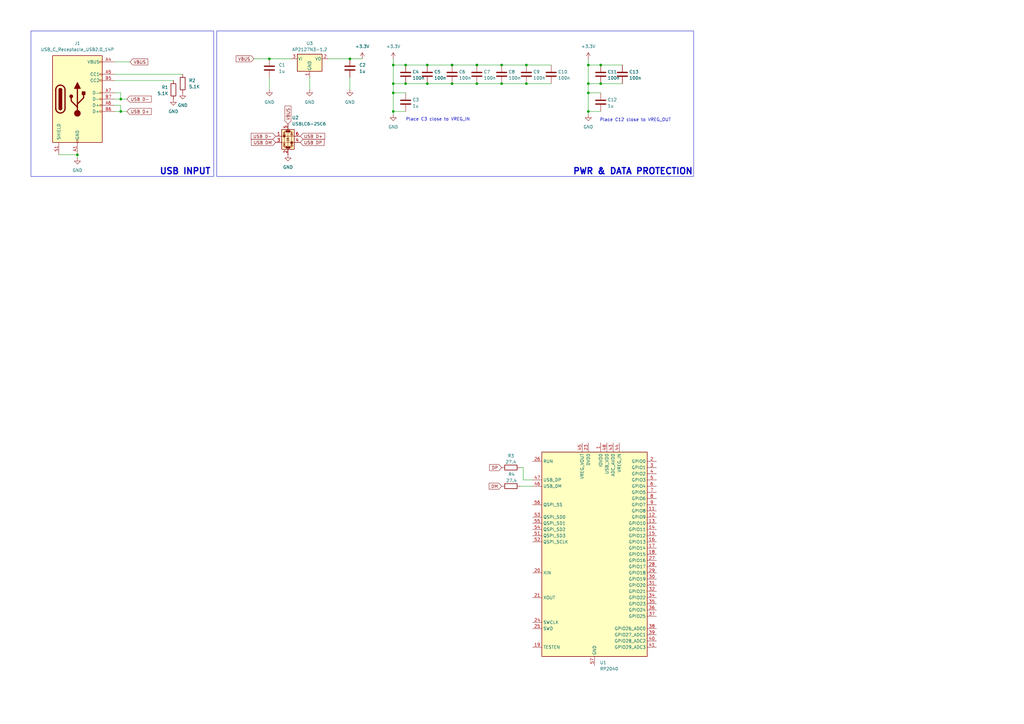
<source format=kicad_sch>
(kicad_sch (version 20231120) (generator "eeschema") (generator_version "8.0")
  (paper "A3")
  (lib_symbols
    (symbol "Connector:USB_C_Receptacle_USB2.0_14P" (pin_names (offset 1.016))
      (property "Reference" "J" (at 0 22.225 0))
      (property "Value" "USB_C_Receptacle_USB2.0_14P" (at 0 19.685 0))
      (symbol "USB_C_Receptacle_USB2.0_14P_0_0"
        (rectangle (start -0.254 -17.78) (end 0.254 -16.764))
        (rectangle (start 10.16 -4.826) (end 9.144 -5.334))
        (rectangle (start 10.16 -2.286) (end 9.144 -2.794))
        (rectangle (start 10.16 0.254) (end 9.144 -0.254))
        (rectangle (start 10.16 2.794) (end 9.144 2.286))
        (rectangle (start 10.16 7.874) (end 9.144 7.366))
        (rectangle (start 10.16 10.414) (end 9.144 9.906))
        (rectangle (start 10.16 15.494) (end 9.144 14.986))
      )
      (symbol "USB_C_Receptacle_USB2.0_14P_0_1"
        (rectangle (start -10.16 17.78) (end 10.16 -17.78) (stroke (width 0.254)) (fill (type background)))
        (arc (start -8.89 -3.81) (mid -6.985 -5.7067) (end -5.08 -3.81) (stroke (width 0.508)))
        (arc (start -7.62 -3.81) (mid -6.985 -4.4423) (end -6.35 -3.81) (stroke (width 0.254)))
        (arc (start -7.62 -3.81) (mid -6.985 -4.4423) (end -6.35 -3.81) (stroke (width 0.254)) (fill (type outline)))
        (rectangle (start -7.62 -3.81) (end -6.35 3.81) (stroke (width 0.254)) (fill (type outline)))
        (arc (start -6.35 3.81) (mid -6.985 4.4423) (end -7.62 3.81) (stroke (width 0.254)))
        (arc (start -6.35 3.81) (mid -6.985 4.4423) (end -7.62 3.81) (stroke (width 0.254)) (fill (type outline)))
        (arc (start -5.08 3.81) (mid -6.985 5.7067) (end -8.89 3.81) (stroke (width 0.508)))
        (circle (center -2.54 1.143) (radius 0.635) (stroke (width 0.254)) (fill (type outline)))
        (circle (center 0 -5.842) (radius 1.27) (fill (type outline)))
        (polyline (pts (xy -8.89 -3.81) (xy -8.89 3.81)) (stroke (width 0.508)))
        (polyline (pts (xy -5.08 3.81) (xy -5.08 -3.81)) (stroke (width 0.508)))
        (polyline (pts (xy 0 -5.842) (xy 0 4.318)) (stroke (width 0.508)))
        (polyline (pts (xy 0 -3.302) (xy -2.54 -0.762) (xy -2.54 0.508)) (stroke (width 0.508)))
        (polyline (pts (xy 0 -2.032) (xy 2.54 0.508) (xy 2.54 1.778)) (stroke (width 0.508)))
        (polyline (pts (xy -1.27 4.318) (xy 0 6.858) (xy 1.27 4.318) (xy -1.27 4.318)) (stroke (width 0.254)) (fill (type outline)))
        (rectangle (start 1.905 1.778) (end 3.175 3.048) (stroke (width 0.254)) (fill (type outline)))
      )
      (symbol "USB_C_Receptacle_USB2.0_14P_1_1"
        (pin passive line (at 0 -22.86 90) (length 5.08) (name "GND") (number "A1"))
        (pin passive line (at 0 -22.86 90) (length 5.08) hide (name "GND") (number "A12"))
        (pin passive line (at 15.24 15.24 180) (length 5.08) (name "VBUS") (number "A4"))
        (pin bidirectional line (at 15.24 10.16 180) (length 5.08) (name "CC1") (number "A5"))
        (pin bidirectional line (at 15.24 -2.54 180) (length 5.08) (name "D+") (number "A6"))
        (pin bidirectional line (at 15.24 2.54 180) (length 5.08) (name "D-") (number "A7"))
        (pin passive line (at 15.24 15.24 180) (length 5.08) hide (name "VBUS") (number "A9"))
        (pin passive line (at 0 -22.86 90) (length 5.08) hide (name "GND") (number "B1"))
        (pin passive line (at 0 -22.86 90) (length 5.08) hide (name "GND") (number "B12"))
        (pin passive line (at 15.24 15.24 180) (length 5.08) hide (name "VBUS") (number "B4"))
        (pin bidirectional line (at 15.24 7.62 180) (length 5.08) (name "CC2") (number "B5"))
        (pin bidirectional line (at 15.24 -5.08 180) (length 5.08) (name "D+") (number "B6"))
        (pin bidirectional line (at 15.24 0 180) (length 5.08) (name "D-") (number "B7"))
        (pin passive line (at 15.24 15.24 180) (length 5.08) hide (name "VBUS") (number "B9"))
        (pin passive line (at -7.62 -22.86 90) (length 5.08) (name "SHIELD") (number "S1"))
      )
    )
    (symbol "Device:C" (pin_numbers hide) (pin_names (offset 0.254))
      (property "Reference" "C" (at 0.635 2.54 0))
      (property "Value" "C" (at 0.635 -2.54 0))
      (symbol "C_0_1"
        (polyline (pts (xy -2.032 -0.762) (xy 2.032 -0.762)) (stroke (width 0.508)))
        (polyline (pts (xy -2.032 0.762) (xy 2.032 0.762)) (stroke (width 0.508)))
      )
      (symbol "C_1_1"
        (pin passive line (at 0 3.81 270) (length 2.794) (name "~") (number "1"))
        (pin passive line (at 0 -3.81 90) (length 2.794) (name "~") (number "2"))
      )
    )
    (symbol "Device:R" (pin_numbers hide) (pin_names (offset 0))
      (property "Reference" "R" (at 2.032 0 90))
      (property "Value" "R" (at 0 0 90))
      (symbol "R_0_1"
        (rectangle (start -1.016 -2.54) (end 1.016 2.54) (stroke (width 0.254)))
      )
      (symbol "R_1_1"
        (pin passive line (at 0 3.81 270) (length 1.27) (name "~") (number "1"))
        (pin passive line (at 0 -3.81 90) (length 1.27) (name "~") (number "2"))
      )
    )
    (symbol "MCU_RaspberryPi:RP2040"
      (property "Reference" "U" (at 17.78 45.72 0))
      (property "Value" "RP2040" (at 17.78 43.18 0))
      (symbol "RP2040_0_1"
        (rectangle (start -21.59 41.91) (end 21.59 -41.91) (stroke (width 0.254)) (fill (type background)))
      )
      (symbol "RP2040_1_1"
        (pin power_in line (at 2.54 45.72 270) (length 3.81) (name "IOVDD") (number "1"))
        (pin passive line (at 2.54 45.72 270) (length 3.81) hide (name "IOVDD") (number "10"))
        (pin bidirectional line (at 25.4 17.78 180) (length 3.81) (name "GPIO8") (number "11"))
        (pin bidirectional line (at 25.4 15.24 180) (length 3.81) (name "GPIO9") (number "12"))
        (pin bidirectional line (at 25.4 12.7 180) (length 3.81) (name "GPIO10") (number "13"))
        (pin bidirectional line (at 25.4 10.16 180) (length 3.81) (name "GPIO11") (number "14"))
        (pin bidirectional line (at 25.4 7.62 180) (length 3.81) (name "GPIO12") (number "15"))
        (pin bidirectional line (at 25.4 5.08 180) (length 3.81) (name "GPIO13") (number "16"))
        (pin bidirectional line (at 25.4 2.54 180) (length 3.81) (name "GPIO14") (number "17"))
        (pin bidirectional line (at 25.4 0 180) (length 3.81) (name "GPIO15") (number "18"))
        (pin input line (at -25.4 -38.1 0) (length 3.81) (name "TESTEN") (number "19"))
        (pin bidirectional line (at 25.4 38.1 180) (length 3.81) (name "GPIO0") (number "2"))
        (pin input line (at -25.4 -7.62 0) (length 3.81) (name "XIN") (number "20"))
        (pin passive line (at -25.4 -17.78 0) (length 3.81) (name "XOUT") (number "21"))
        (pin passive line (at 2.54 45.72 270) (length 3.81) hide (name "IOVDD") (number "22"))
        (pin power_in line (at -2.54 45.72 270) (length 3.81) (name "DVDD") (number "23"))
        (pin input line (at -25.4 -27.94 0) (length 3.81) (name "SWCLK") (number "24"))
        (pin bidirectional line (at -25.4 -30.48 0) (length 3.81) (name "SWD") (number "25"))
        (pin input line (at -25.4 38.1 0) (length 3.81) (name "RUN") (number "26"))
        (pin bidirectional line (at 25.4 -2.54 180) (length 3.81) (name "GPIO16") (number "27"))
        (pin bidirectional line (at 25.4 -5.08 180) (length 3.81) (name "GPIO17") (number "28"))
        (pin bidirectional line (at 25.4 -7.62 180) (length 3.81) (name "GPIO18") (number "29"))
        (pin bidirectional line (at 25.4 35.56 180) (length 3.81) (name "GPIO1") (number "3"))
        (pin bidirectional line (at 25.4 -10.16 180) (length 3.81) (name "GPIO19") (number "30"))
        (pin bidirectional line (at 25.4 -12.7 180) (length 3.81) (name "GPIO20") (number "31"))
        (pin bidirectional line (at 25.4 -15.24 180) (length 3.81) (name "GPIO21") (number "32"))
        (pin passive line (at 2.54 45.72 270) (length 3.81) hide (name "IOVDD") (number "33"))
        (pin bidirectional line (at 25.4 -17.78 180) (length 3.81) (name "GPIO22") (number "34"))
        (pin bidirectional line (at 25.4 -20.32 180) (length 3.81) (name "GPIO23") (number "35"))
        (pin bidirectional line (at 25.4 -22.86 180) (length 3.81) (name "GPIO24") (number "36"))
        (pin bidirectional line (at 25.4 -25.4 180) (length 3.81) (name "GPIO25") (number "37"))
        (pin bidirectional line (at 25.4 -30.48 180) (length 3.81) (name "GPIO26_ADC0") (number "38"))
        (pin bidirectional line (at 25.4 -33.02 180) (length 3.81) (name "GPIO27_ADC1") (number "39"))
        (pin bidirectional line (at 25.4 33.02 180) (length 3.81) (name "GPIO2") (number "4"))
        (pin bidirectional line (at 25.4 -35.56 180) (length 3.81) (name "GPIO28_ADC2") (number "40"))
        (pin bidirectional line (at 25.4 -38.1 180) (length 3.81) (name "GPIO29_ADC3") (number "41"))
        (pin passive line (at 2.54 45.72 270) (length 3.81) hide (name "IOVDD") (number "42"))
        (pin power_in line (at 7.62 45.72 270) (length 3.81) (name "ADC_AVDD") (number "43"))
        (pin power_in line (at 10.16 45.72 270) (length 3.81) (name "VREG_IN") (number "44"))
        (pin power_out line (at -5.08 45.72 270) (length 3.81) (name "VREG_VOUT") (number "45"))
        (pin bidirectional line (at -25.4 27.94 0) (length 3.81) (name "USB_DM") (number "46"))
        (pin bidirectional line (at -25.4 30.48 0) (length 3.81) (name "USB_DP") (number "47"))
        (pin power_in line (at 5.08 45.72 270) (length 3.81) (name "USB_VDD") (number "48"))
        (pin passive line (at 2.54 45.72 270) (length 3.81) hide (name "IOVDD") (number "49"))
        (pin bidirectional line (at 25.4 30.48 180) (length 3.81) (name "GPIO3") (number "5"))
        (pin passive line (at -2.54 45.72 270) (length 3.81) hide (name "DVDD") (number "50"))
        (pin bidirectional line (at -25.4 7.62 0) (length 3.81) (name "QSPI_SD3") (number "51"))
        (pin output line (at -25.4 5.08 0) (length 3.81) (name "QSPI_SCLK") (number "52"))
        (pin bidirectional line (at -25.4 15.24 0) (length 3.81) (name "QSPI_SD0") (number "53"))
        (pin bidirectional line (at -25.4 10.16 0) (length 3.81) (name "QSPI_SD2") (number "54"))
        (pin bidirectional line (at -25.4 12.7 0) (length 3.81) (name "QSPI_SD1") (number "55"))
        (pin bidirectional line (at -25.4 20.32 0) (length 3.81) (name "QSPI_SS") (number "56"))
        (pin power_in line (at 0 -45.72 90) (length 3.81) (name "GND") (number "57"))
        (pin bidirectional line (at 25.4 27.94 180) (length 3.81) (name "GPIO4") (number "6"))
        (pin bidirectional line (at 25.4 25.4 180) (length 3.81) (name "GPIO5") (number "7"))
        (pin bidirectional line (at 25.4 22.86 180) (length 3.81) (name "GPIO6") (number "8"))
        (pin bidirectional line (at 25.4 20.32 180) (length 3.81) (name "GPIO7") (number "9"))
      )
    )
    (symbol "Power_Protection:USBLC6-2SC6" (pin_names hide)
      (property "Reference" "U" (at 0.635 5.715 0))
      (property "Value" "USBLC6-2SC6" (at 0.635 3.81 0))
      (symbol "USBLC6-2SC6_0_0"
        (circle (center -1.524 0) (radius 0.0001) (stroke (width 0.508)))
        (circle (center -0.508 -4.572) (radius 0.0001) (stroke (width 0.508)))
        (circle (center -0.508 2.032) (radius 0.0001) (stroke (width 0.508)))
        (circle (center 0.508 -4.572) (radius 0.0001) (stroke (width 0.508)))
        (circle (center 0.508 2.032) (radius 0.0001) (stroke (width 0.508)))
        (circle (center 1.524 -2.54) (radius 0.0001) (stroke (width 0.508)))
      )
      (symbol "USBLC6-2SC6_0_1"
        (polyline (pts (xy -2.54 -2.54) (xy 2.54 -2.54)))
        (polyline (pts (xy -2.54 0) (xy 2.54 0)))
        (polyline (pts (xy -2.032 -3.048) (xy -1.016 -3.048)))
        (polyline (pts (xy -1.016 1.524) (xy -2.032 1.524)))
        (polyline (pts (xy 1.016 -3.048) (xy 2.032 -3.048)))
        (polyline (pts (xy 1.016 1.524) (xy 2.032 1.524)))
        (polyline (pts (xy -0.508 -1.143) (xy -0.508 -0.762) (xy 0.508 -0.762)))
        (polyline (pts (xy -2.032 0.508) (xy -1.016 0.508) (xy -1.524 1.524) (xy -2.032 0.508)))
        (polyline (pts (xy -1.016 -4.064) (xy -2.032 -4.064) (xy -1.524 -3.048) (xy -1.016 -4.064)))
        (polyline (pts (xy 0.508 -1.778) (xy -0.508 -1.778) (xy 0 -0.762) (xy 0.508 -1.778)))
        (polyline (pts (xy 2.032 -4.064) (xy 1.016 -4.064) (xy 1.524 -3.048) (xy 2.032 -4.064)))
        (polyline (pts (xy 2.032 0.508) (xy 1.016 0.508) (xy 1.524 1.524) (xy 2.032 0.508)))
        (polyline (pts (xy 0 2.54) (xy -0.508 2.032) (xy 0.508 2.032) (xy 0 1.524) (xy 0 -4.064) (xy -0.508 -4.572) (xy 0.508 -4.572) (xy 0 -5.08)))
      )
      (symbol "USBLC6-2SC6_1_1"
        (rectangle (start -2.54 2.794) (end 2.54 -5.334) (stroke (width 0.254)) (fill (type background)))
        (polyline (pts (xy -0.508 2.032) (xy -1.524 2.032) (xy -1.524 -4.572) (xy -0.508 -4.572)))
        (polyline (pts (xy 0.508 -4.572) (xy 1.524 -4.572) (xy 1.524 2.032) (xy 0.508 2.032)))
        (pin passive line (at -5.08 0 0) (length 2.54) (name "I/O1") (number "1"))
        (pin passive line (at 0 -7.62 90) (length 2.54) (name "GND") (number "2"))
        (pin passive line (at -5.08 -2.54 0) (length 2.54) (name "I/O2") (number "3"))
        (pin passive line (at 5.08 -2.54 180) (length 2.54) (name "I/O2") (number "4"))
        (pin passive line (at 0 5.08 270) (length 2.54) (name "VBUS") (number "5"))
        (pin passive line (at 5.08 0 180) (length 2.54) (name "I/O1") (number "6"))
      )
    )
    (symbol "Regulator_Linear:AP2127N3-1.2" (pin_names (offset 0.254))
      (property "Reference" "U" (at -3.81 3.175 0))
      (property "Value" "AP2127N3-1.2" (at 0 3.175 0))
      (symbol "AP2127N3-1.2_0_1"
        (rectangle (start -5.08 1.905) (end 5.08 -5.08) (stroke (width 0.254)) (fill (type background)))
      )
      (symbol "AP2127N3-1.2_1_1"
        (pin power_in line (at 0 -7.62 90) (length 2.54) (name "GND") (number "1"))
        (pin power_out line (at 7.62 0 180) (length 2.54) (name "VO") (number "2"))
        (pin power_in line (at -7.62 0 0) (length 2.54) (name "VI") (number "3"))
      )
    )
    (symbol "power:+3.3V" (power) (pin_numbers hide) (pin_names (offset 0) hide)
      (property "Value" "+3.3V" (at 0 3.556 0))
      (symbol "+3.3V_0_1"
        (polyline (pts (xy -0.762 1.27) (xy 0 2.54)))
        (polyline (pts (xy 0 0) (xy 0 2.54)))
        (polyline (pts (xy 0 2.54) (xy 0.762 1.27)))
      )
      (symbol "+3.3V_1_1"
        (pin power_in line (at 0 0 90) (length 0) (name "~") (number "1"))
      )
    )
    (symbol "power:GND" (power) (pin_numbers hide) (pin_names (offset 0) hide)
      (property "Value" "GND" (at 0 -3.81 0))
      (symbol "GND_0_1"
        (polyline (pts (xy 0 0) (xy 0 -1.27) (xy 1.27 -1.27) (xy 0 -2.54) (xy -1.27 -1.27) (xy 0 -1.27)))
      )
      (symbol "GND_1_1"
        (pin power_in line (at 0 0 270) (length 0) (name "~") (number "1"))
      )
    )
  )
  (junction (at 49.53 40.64))
  (junction (at 175.26 34.29))
  (junction (at 241.3 26.67))
  (junction (at 161.29 26.67))
  (junction (at 49.53 45.72))
  (junction (at 161.29 38.1))
  (junction (at 205.74 34.29))
  (junction (at 143.51 24.13))
  (junction (at 246.38 26.67))
  (junction (at 185.42 26.67))
  (junction (at 241.3 34.29))
  (junction (at 215.9 34.29))
  (junction (at 195.58 26.67))
  (junction (at 215.9 26.67))
  (junction (at 175.26 26.67))
  (junction (at 205.74 26.67))
  (junction (at 246.38 34.29))
  (junction (at 195.58 34.29))
  (junction (at 110.49 24.13))
  (junction (at 31.75 63.5))
  (junction (at 166.37 26.67))
  (junction (at 241.3 38.1))
  (junction (at 161.29 34.29))
  (junction (at 241.3 45.72))
  (junction (at 185.42 34.29))
  (junction (at 166.37 34.29))
  (junction (at 161.29 45.72))
  (wire (pts (xy 166.37 26.67) (xy 175.26 26.67)))
  (wire (pts (xy 195.58 34.29) (xy 185.42 34.29)))
  (wire (pts (xy 185.42 34.29) (xy 175.26 34.29)))
  (wire (pts (xy 185.42 26.67) (xy 195.58 26.67)))
  (wire (pts (xy 175.26 34.29) (xy 166.37 34.29)))
  (wire (pts (xy 215.9 26.67) (xy 226.06 26.67)))
  (wire (pts (xy 53.34 25.4) (xy 46.99 25.4)))
  (wire (pts (xy 49.53 38.1) (xy 49.53 40.64)))
  (wire (pts (xy 213.36 191.77) (xy 214.63 191.77)))
  (wire (pts (xy 161.29 26.67) (xy 161.29 34.29)))
  (wire (pts (xy 161.29 45.72) (xy 161.29 38.1)))
  (wire (pts (xy 175.26 26.67) (xy 185.42 26.67)))
  (wire (pts (xy 49.53 45.72) (xy 52.07 45.72)))
  (wire (pts (xy 166.37 38.1) (xy 161.29 38.1)))
  (wire (pts (xy 205.74 26.67) (xy 215.9 26.67)))
  (wire (pts (xy 241.3 45.72) (xy 241.3 38.1)))
  (wire (pts (xy 246.38 26.67) (xy 255.27 26.67)))
  (wire (pts (xy 110.49 36.83) (xy 110.49 31.75)))
  (wire (pts (xy 161.29 24.13) (xy 161.29 26.67)))
  (wire (pts (xy 241.3 38.1) (xy 241.3 34.29)))
  (wire (pts (xy 143.51 24.13) (xy 148.59 24.13)))
  (wire (pts (xy 205.74 34.29) (xy 195.58 34.29)))
  (wire (pts (xy 214.63 191.77) (xy 214.63 196.85)))
  (wire (pts (xy 214.63 196.85) (xy 218.44 196.85)))
  (wire (pts (xy 104.14 24.13) (xy 110.49 24.13)))
  (wire (pts (xy 241.3 26.67) (xy 241.3 34.29)))
  (wire (pts (xy 119.38 24.13) (xy 110.49 24.13)))
  (wire (pts (xy 166.37 34.29) (xy 161.29 34.29)))
  (wire (pts (xy 241.3 24.13) (xy 241.3 26.67)))
  (wire (pts (xy 213.36 199.39) (xy 218.44 199.39)))
  (wire (pts (xy 241.3 26.67) (xy 246.38 26.67)))
  (wire (pts (xy 49.53 43.18) (xy 49.53 45.72)))
  (wire (pts (xy 161.29 38.1) (xy 161.29 34.29)))
  (wire (pts (xy 161.29 46.99) (xy 161.29 45.72)))
  (wire (pts (xy 46.99 30.48) (xy 74.93 30.48)))
  (wire (pts (xy 46.99 33.02) (xy 71.12 33.02)))
  (wire (pts (xy 246.38 45.72) (xy 241.3 45.72)))
  (wire (pts (xy 215.9 34.29) (xy 205.74 34.29)))
  (wire (pts (xy 143.51 36.83) (xy 143.51 31.75)))
  (wire (pts (xy 246.38 34.29) (xy 241.3 34.29)))
  (wire (pts (xy 195.58 26.67) (xy 205.74 26.67)))
  (wire (pts (xy 24.13 63.5) (xy 31.75 63.5)))
  (wire (pts (xy 49.53 40.64) (xy 52.07 40.64)))
  (wire (pts (xy 134.62 24.13) (xy 143.51 24.13)))
  (wire (pts (xy 166.37 45.72) (xy 161.29 45.72)))
  (wire (pts (xy 246.38 38.1) (xy 241.3 38.1)))
  (wire (pts (xy 46.99 38.1) (xy 49.53 38.1)))
  (wire (pts (xy 127 31.75) (xy 127 36.83)))
  (wire (pts (xy 31.75 64.77) (xy 31.75 63.5)))
  (wire (pts (xy 46.99 45.72) (xy 49.53 45.72)))
  (wire (pts (xy 226.06 34.29) (xy 215.9 34.29)))
  (wire (pts (xy 46.99 43.18) (xy 49.53 43.18)))
  (wire (pts (xy 49.53 40.64) (xy 46.99 40.64)))
  (wire (pts (xy 255.27 34.29) (xy 246.38 34.29)))
  (wire (pts (xy 161.29 26.67) (xy 166.37 26.67)))
  (wire (pts (xy 241.3 46.99) (xy 241.3 45.72)))
  (rectangle (start 88.9 12.7) (end 284.48 72.39))
  (rectangle (start 12.7 12.7) (end 87.63 72.39))
  (text "PWR & DATA PROTECTION\n" (at 259.588 70.358 0) (effects (font (size 2.54 2.54) (thickness 0.508) (bold yes))))
  (text "Place C12 close to VREG_OUT\n" (at 260.604 49.276 0) (effects (font (size 1.27 1.27))))
  (text "Place C3 close to VREG_IN" (at 179.578 49.022 0) (effects (font (size 1.27 1.27))))
  (text "USB INPUT\n" (at 75.946 70.358 0) (effects (font (size 2.54 2.54) (thickness 0.508) (bold yes))))
  (global_label "USB D-" (shape input) (at 113.03 55.88 180) (property "Intersheetrefs" "${INTERSHEET_REFS}" (effects (hide yes))))
  (global_label "VBUS" (shape input) (at 104.14 24.13 180) (property "Intersheetrefs" "${INTERSHEET_REFS}" (effects (hide yes))))
  (global_label "USB D+" (shape input) (at 123.19 55.88 0) (property "Intersheetrefs" "${INTERSHEET_REFS}" (effects (hide yes))))
  (global_label "VBUS" (shape input) (at 53.34 25.4 0) (property "Intersheetrefs" "${INTERSHEET_REFS}" (effects (hide yes))))
  (global_label "VBUS" (shape input) (at 118.11 50.8 90) (property "Intersheetrefs" "${INTERSHEET_REFS}" (effects (hide yes))))
  (global_label "USB DM" (shape input) (at 113.03 58.42 180) (property "Intersheetrefs" "${INTERSHEET_REFS}" (effects (hide yes))))
  (global_label "DP" (shape input) (at 205.74 191.77 180) (property "Intersheetrefs" "${INTERSHEET_REFS}" (effects (hide yes))))
  (global_label "DM" (shape input) (at 205.74 199.39 180) (property "Intersheetrefs" "${INTERSHEET_REFS}" (effects (hide yes))))
  (global_label "USB DP" (shape input) (at 123.19 58.42 0) (property "Intersheetrefs" "${INTERSHEET_REFS}" (effects (hide yes))))
  (global_label "USB D+" (shape input) (at 52.07 45.72 0) (property "Intersheetrefs" "${INTERSHEET_REFS}" (effects (hide yes))))
  (global_label "USB D-" (shape input) (at 52.07 40.64 0) (property "Intersheetrefs" "${INTERSHEET_REFS}" (effects (hide yes))))
  (symbol (lib_id "Device:C") (at 195.58 30.48 0) (unit 1)
    (property "Reference" "C7" (at 198.374 29.464 0) (effects (justify left)))
    (property "Value" "100n" (at 198.374 32.004 0) (effects (justify left)))
    (property "Footprint" "Capacitor_SMD:C_0603_1608Metric" (effects (hide yes)))
    (property "Description" "Unpolarized capacitor" (effects (hide yes)))
  )
  (symbol (lib_id "power:GND") (at 31.75 64.77 0) (unit 1)
    (property "Reference" "#PWR05" (effects (hide yes)))
    (property "Value" "GND" (at 31.75 69.85 0))
    (property "Description" "Power symbol creates a global label with name \"GND\" , ground" (effects (hide yes)))
  )
  (symbol (lib_id "power:GND") (at 127 36.83 0) (unit 1)
    (property "Reference" "#PWR01" (effects (hide yes)))
    (property "Value" "GND" (at 127 41.91 0))
    (property "Description" "Power symbol creates a global label with name \"GND\" , ground" (effects (hide yes)))
  )
  (symbol (lib_id "Device:C") (at 255.27 30.48 0) (unit 1)
    (property "Reference" "C13" (at 258.064 29.464 0) (effects (justify left)))
    (property "Value" "100n" (at 258.064 32.004 0) (effects (justify left)))
    (property "Footprint" "Capacitor_SMD:C_0603_1608Metric" (effects (hide yes)))
    (property "Description" "Unpolarized capacitor" (effects (hide yes)))
  )
  (symbol (lib_id "Device:C") (at 175.26 30.48 0) (unit 1)
    (property "Reference" "C5" (at 178.054 29.464 0) (effects (justify left)))
    (property "Value" "100n" (at 178.054 32.004 0) (effects (justify left)))
    (property "Footprint" "Capacitor_SMD:C_0603_1608Metric" (effects (hide yes)))
    (property "Description" "Unpolarized capacitor" (effects (hide yes)))
  )
  (symbol (lib_id "Device:R") (at 209.55 191.77 90) (unit 1)
    (property "Reference" "R3" (at 209.55 186.944 90))
    (property "Value" "27.4" (at 209.55 189.484 90))
    (property "Description" "Resistor" (effects (hide yes)))
  )
  (symbol (lib_id "power:GND") (at 110.49 36.83 0) (unit 1)
    (property "Reference" "#PWR04" (effects (hide yes)))
    (property "Value" "GND" (at 110.49 41.91 0))
    (property "Description" "Power symbol creates a global label with name \"GND\" , ground" (effects (hide yes)))
  )
  (symbol (lib_id "Device:C") (at 166.37 30.48 0) (unit 1)
    (property "Reference" "C4" (at 169.164 29.464 0) (effects (justify left)))
    (property "Value" "100n" (at 169.164 32.004 0) (effects (justify left)))
    (property "Footprint" "Capacitor_SMD:C_0603_1608Metric" (effects (hide yes)))
    (property "Description" "Unpolarized capacitor" (effects (hide yes)))
  )
  (symbol (lib_id "Device:C") (at 226.06 30.48 0) (unit 1)
    (property "Reference" "C10" (at 228.854 29.464 0) (effects (justify left)))
    (property "Value" "100n" (at 228.854 32.004 0) (effects (justify left)))
    (property "Footprint" "Capacitor_SMD:C_0603_1608Metric" (effects (hide yes)))
    (property "Description" "Unpolarized capacitor" (effects (hide yes)))
  )
  (symbol (lib_id "Regulator_Linear:AP2127N3-1.2") (at 127 24.13 0) (unit 1)
    (property "Reference" "U3" (at 127 17.78 0))
    (property "Value" "AP2127N3-1.2" (at 127 20.32 0))
    (property "Footprint" "Package_TO_SOT_SMD:TSOT-23" (effects (hide yes)))
    (property "Datasheet" "https://www.diodes.com/assets/Datasheets/AP2127.pdf" (effects (hide yes)))
    (property "Description" "300mA low dropout linear regulator, shutdown pin, 2.5V-6V input voltage, 1.2V fixed positive output, SOT-23-3 package" (effects (hide yes)))
  )
  (symbol (lib_id "Device:C") (at 215.9 30.48 0) (unit 1)
    (property "Reference" "C9" (at 218.694 29.464 0) (effects (justify left)))
    (property "Value" "100n" (at 218.694 32.004 0) (effects (justify left)))
    (property "Footprint" "Capacitor_SMD:C_0603_1608Metric" (effects (hide yes)))
    (property "Description" "Unpolarized capacitor" (effects (hide yes)))
  )
  (symbol (lib_id "Device:R") (at 209.55 199.39 90) (unit 1)
    (property "Reference" "R4" (at 209.804 194.564 90))
    (property "Value" "27.4" (at 209.804 197.104 90))
    (property "Description" "Resistor" (effects (hide yes)))
  )
  (symbol (lib_id "Device:C") (at 166.37 41.91 0) (unit 1)
    (property "Reference" "C3" (at 169.164 40.894 0) (effects (justify left)))
    (property "Value" "1u" (at 169.164 43.434 0) (effects (justify left)))
    (property "Footprint" "Capacitor_SMD:C_0402_1005Metric" (effects (hide yes)))
    (property "Description" "Unpolarized capacitor" (effects (hide yes)))
  )
  (symbol (lib_id "Device:R") (at 74.93 34.29 180) (unit 1)
    (property "Reference" "R2" (at 77.47 33.0199 0) (effects (justify right)))
    (property "Value" "5.1K" (at 77.47 35.5599 0) (effects (justify right)))
    (property "Description" "Resistor" (effects (hide yes)))
  )
  (symbol (lib_id "power:GND") (at 161.29 46.99 0) (unit 1)
    (property "Reference" "#PWR010" (effects (hide yes)))
    (property "Value" "GND" (at 161.29 52.07 0))
    (property "Description" "Power symbol creates a global label with name \"GND\" , ground" (effects (hide yes)))
  )
  (symbol (lib_id "Device:C") (at 205.74 30.48 0) (unit 1)
    (property "Reference" "C8" (at 208.534 29.464 0) (effects (justify left)))
    (property "Value" "100n" (at 208.534 32.004 0) (effects (justify left)))
    (property "Footprint" "Capacitor_SMD:C_0603_1608Metric" (effects (hide yes)))
    (property "Description" "Unpolarized capacitor" (effects (hide yes)))
  )
  (symbol (lib_id "Device:C") (at 246.38 30.48 0) (unit 1)
    (property "Reference" "C11" (at 249.174 29.464 0) (effects (justify left)))
    (property "Value" "100n" (at 249.174 32.004 0) (effects (justify left)))
    (property "Footprint" "Capacitor_SMD:C_0603_1608Metric" (effects (hide yes)))
    (property "Description" "Unpolarized capacitor" (effects (hide yes)))
  )
  (symbol (lib_id "power:GND") (at 74.93 38.1 0) (unit 1)
    (property "Reference" "#PWR03" (effects (hide yes)))
    (property "Value" "GND" (at 74.93 43.18 0))
    (property "Description" "Power symbol creates a global label with name \"GND\" , ground" (effects (hide yes)))
  )
  (symbol (lib_id "power:GND") (at 143.51 36.83 0) (unit 1)
    (property "Reference" "#PWR06" (effects (hide yes)))
    (property "Value" "GND" (at 143.51 41.91 0))
    (property "Description" "Power symbol creates a global label with name \"GND\" , ground" (effects (hide yes)))
  )
  (symbol (lib_id "Device:C") (at 143.51 27.94 0) (unit 1)
    (property "Reference" "C2" (at 147.32 26.6699 0) (effects (justify left)))
    (property "Value" "1u" (at 147.32 29.2099 0) (effects (justify left)))
    (property "Footprint" "Capacitor_SMD:C_0402_1005Metric" (effects (hide yes)))
    (property "Description" "Unpolarized capacitor" (effects (hide yes)))
  )
  (symbol (lib_id "power:+3.3V") (at 241.3 24.13 0) (unit 1)
    (property "Reference" "#PWR011" (effects (hide yes)))
    (property "Value" "+3.3V" (at 241.3 19.05 0))
    (property "Description" "Power symbol creates a global label with name \"+3.3V\"" (effects (hide yes)))
  )
  (symbol (lib_id "power:GND") (at 241.3 46.99 0) (unit 1)
    (property "Reference" "#PWR012" (effects (hide yes)))
    (property "Value" "GND" (at 241.3 52.07 0))
    (property "Description" "Power symbol creates a global label with name \"GND\" , ground" (effects (hide yes)))
  )
  (symbol (lib_id "power:+3.3V") (at 161.29 24.13 0) (unit 1)
    (property "Reference" "#PWR09" (effects (hide yes)))
    (property "Value" "+3.3V" (at 161.29 19.05 0))
    (property "Description" "Power symbol creates a global label with name \"+3.3V\"" (effects (hide yes)))
  )
  (symbol (lib_id "power:GND") (at 118.11 63.5 0) (unit 1)
    (property "Reference" "#PWR08" (effects (hide yes)))
    (property "Value" "GND" (at 118.11 68.58 0))
    (property "Description" "Power symbol creates a global label with name \"GND\" , ground" (effects (hide yes)))
  )
  (symbol (lib_id "Device:R") (at 71.12 36.83 0) (unit 1)
    (property "Reference" "R1" (at 66.294 35.814 0) (effects (justify left)))
    (property "Value" "5.1K" (at 64.516 38.354 0) (effects (justify left)))
    (property "Description" "Resistor" (effects (hide yes)))
  )
  (symbol (lib_id "power:+3.3V") (at 148.59 24.13 0) (unit 1)
    (property "Reference" "#PWR07" (effects (hide yes)))
    (property "Value" "+3.3V" (at 148.59 19.05 0))
    (property "Description" "Power symbol creates a global label with name \"+3.3V\"" (effects (hide yes)))
  )
  (symbol (lib_id "Connector:USB_C_Receptacle_USB2.0_14P") (at 31.75 40.64 0) (unit 1)
    (property "Reference" "J1" (at 31.75 17.78 0))
    (property "Value" "USB_C_Receptacle_USB2.0_14P" (at 31.75 20.32 0))
    (property "Footprint" "Type-C.pretty-fecd1a97dee885e7daf32da80dfa47e726d59529:USB_C_GCT_USB4085" (effects (hide yes)))
    (property "Datasheet" "https://www.usb.org/sites/default/files/documents/usb_type-c.zip" (effects (hide yes)))
    (property "Description" "USB 2.0-only 14P Type-C Receptacle connector" (effects (hide yes)))
  )
  (symbol (lib_id "Device:C") (at 110.49 27.94 0) (unit 1)
    (property "Reference" "C1" (at 114.3 26.6699 0) (effects (justify left)))
    (property "Value" "1u" (at 114.3 29.2099 0) (effects (justify left)))
    (property "Footprint" "Capacitor_SMD:C_0402_1005Metric" (effects (hide yes)))
    (property "Description" "Unpolarized capacitor" (effects (hide yes)))
  )
  (symbol (lib_id "power:GND") (at 71.12 40.64 0) (unit 1)
    (property "Reference" "#PWR02" (effects (hide yes)))
    (property "Value" "GND" (at 71.12 45.72 0))
    (property "Description" "Power symbol creates a global label with name \"GND\" , ground" (effects (hide yes)))
  )
  (symbol (lib_id "Power_Protection:USBLC6-2SC6") (at 118.11 55.88 0) (unit 1)
    (property "Reference" "U2" (at 119.7611 48.26 0) (effects (justify left)))
    (property "Value" "USBLC6-2SC6" (at 119.7611 50.8 0) (effects (justify left)))
    (property "Footprint" "Package_TO_SOT_SMD:SOT-23-6" (effects (hide yes)))
    (property "Datasheet" "https://www.st.com/resource/en/datasheet/usblc6-2.pdf" (effects (hide yes)))
    (property "Description" "Very low capacitance ESD protection diode, 2 data-line, SOT-23-6" (effects (hide yes)))
  )
  (symbol (lib_id "MCU_RaspberryPi:RP2040") (at 243.84 227.33 0) (unit 1)
    (property "Reference" "U1" (at 246.0341 271.78 0) (effects (justify left)))
    (property "Value" "RP2040" (at 246.0341 274.32 0) (effects (justify left)))
    (property "Footprint" "Package_DFN_QFN:QFN-56-1EP_7x7mm_P0.4mm_EP3.2x3.2mm" (effects (hide yes)))
    (property "Datasheet" "https://datasheets.raspberrypi.com/rp2040/rp2040-datasheet.pdf" (effects (hide yes)))
    (property "Description" "A microcontroller by Raspberry Pi" (effects (hide yes)))
  )
  (symbol (lib_id "Device:C") (at 246.38 41.91 0) (unit 1)
    (property "Reference" "C12" (at 249.174 40.894 0) (effects (justify left)))
    (property "Value" "1u" (at 249.174 43.434 0) (effects (justify left)))
    (property "Footprint" "Capacitor_SMD:C_0402_1005Metric" (effects (hide yes)))
    (property "Description" "Unpolarized capacitor" (effects (hide yes)))
  )
  (symbol (lib_id "Device:C") (at 185.42 30.48 0) (unit 1)
    (property "Reference" "C6" (at 188.214 29.464 0) (effects (justify left)))
    (property "Value" "100n" (at 188.214 32.004 0) (effects (justify left)))
    (property "Footprint" "Capacitor_SMD:C_0603_1608Metric" (effects (hide yes)))
    (property "Description" "Unpolarized capacitor" (effects (hide yes)))
  )
)
</source>
